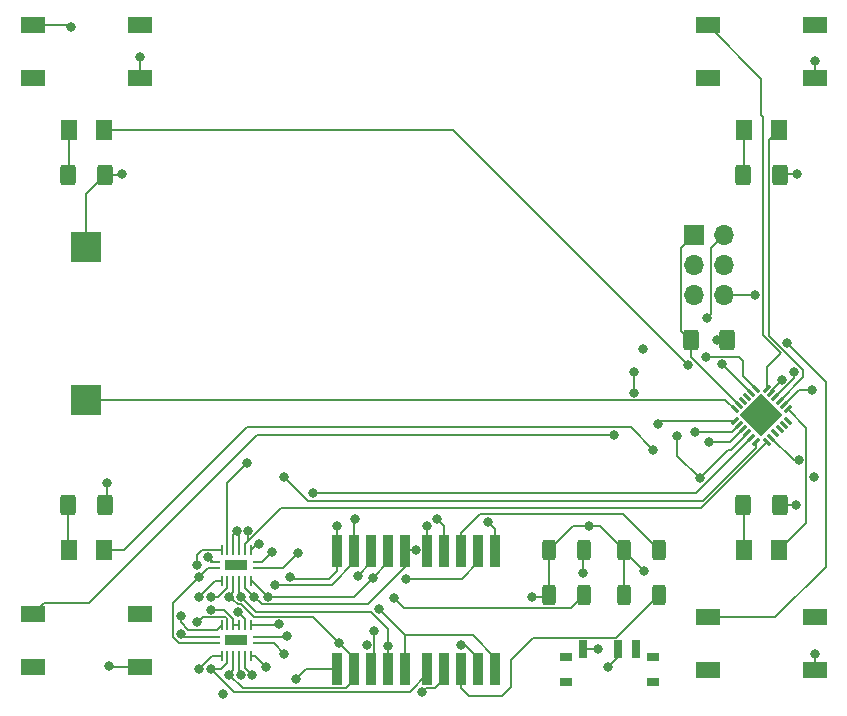
<source format=gbr>
%TF.GenerationSoftware,KiCad,Pcbnew,(6.0.0)*%
%TF.CreationDate,2022-05-08T17:08:30-04:00*%
%TF.ProjectId,QR_ATTINY3217,51525f41-5454-4494-9e59-333231372e6b,rev?*%
%TF.SameCoordinates,Original*%
%TF.FileFunction,Copper,L1,Top*%
%TF.FilePolarity,Positive*%
%FSLAX46Y46*%
G04 Gerber Fmt 4.6, Leading zero omitted, Abs format (unit mm)*
G04 Created by KiCad (PCBNEW (6.0.0)) date 2022-05-08 17:08:30*
%MOMM*%
%LPD*%
G01*
G04 APERTURE LIST*
G04 Aperture macros list*
%AMRoundRect*
0 Rectangle with rounded corners*
0 $1 Rounding radius*
0 $2 $3 $4 $5 $6 $7 $8 $9 X,Y pos of 4 corners*
0 Add a 4 corners polygon primitive as box body*
4,1,4,$2,$3,$4,$5,$6,$7,$8,$9,$2,$3,0*
0 Add four circle primitives for the rounded corners*
1,1,$1+$1,$2,$3*
1,1,$1+$1,$4,$5*
1,1,$1+$1,$6,$7*
1,1,$1+$1,$8,$9*
0 Add four rect primitives between the rounded corners*
20,1,$1+$1,$2,$3,$4,$5,0*
20,1,$1+$1,$4,$5,$6,$7,0*
20,1,$1+$1,$6,$7,$8,$9,0*
20,1,$1+$1,$8,$9,$2,$3,0*%
%AMRotRect*
0 Rectangle, with rotation*
0 The origin of the aperture is its center*
0 $1 length*
0 $2 width*
0 $3 Rotation angle, in degrees counterclockwise*
0 Add horizontal line*
21,1,$1,$2,0,0,$3*%
G04 Aperture macros list end*
%TA.AperFunction,ComponentPad*%
%ADD10R,1.700000X1.700000*%
%TD*%
%TA.AperFunction,ComponentPad*%
%ADD11O,1.700000X1.700000*%
%TD*%
%TA.AperFunction,SMDPad,CuDef*%
%ADD12R,2.500000X2.500000*%
%TD*%
%TA.AperFunction,SMDPad,CuDef*%
%ADD13RoundRect,0.062500X-0.203293X-0.291682X0.291682X0.203293X0.203293X0.291682X-0.291682X-0.203293X0*%
%TD*%
%TA.AperFunction,SMDPad,CuDef*%
%ADD14RoundRect,0.062500X0.203293X-0.291682X0.291682X-0.203293X-0.203293X0.291682X-0.291682X0.203293X0*%
%TD*%
%TA.AperFunction,SMDPad,CuDef*%
%ADD15RotRect,2.600000X2.600000X45.000000*%
%TD*%
%TA.AperFunction,SMDPad,CuDef*%
%ADD16R,2.100000X1.400000*%
%TD*%
%TA.AperFunction,SMDPad,CuDef*%
%ADD17R,0.700000X1.500000*%
%TD*%
%TA.AperFunction,SMDPad,CuDef*%
%ADD18R,1.000000X0.800000*%
%TD*%
%TA.AperFunction,SMDPad,CuDef*%
%ADD19RoundRect,0.250000X-0.312500X-0.625000X0.312500X-0.625000X0.312500X0.625000X-0.312500X0.625000X0*%
%TD*%
%TA.AperFunction,SMDPad,CuDef*%
%ADD20RoundRect,0.250000X-0.400000X-0.625000X0.400000X-0.625000X0.400000X0.625000X-0.400000X0.625000X0*%
%TD*%
%TA.AperFunction,SMDPad,CuDef*%
%ADD21RoundRect,0.250000X0.400000X0.625000X-0.400000X0.625000X-0.400000X-0.625000X0.400000X-0.625000X0*%
%TD*%
%TA.AperFunction,SMDPad,CuDef*%
%ADD22R,0.900000X2.800000*%
%TD*%
%TA.AperFunction,SMDPad,CuDef*%
%ADD23RoundRect,0.250001X-0.462499X-0.624999X0.462499X-0.624999X0.462499X0.624999X-0.462499X0.624999X0*%
%TD*%
%TA.AperFunction,SMDPad,CuDef*%
%ADD24R,1.900000X0.900000*%
%TD*%
%TA.AperFunction,SMDPad,CuDef*%
%ADD25R,0.900000X0.240000*%
%TD*%
%TA.AperFunction,SMDPad,CuDef*%
%ADD26R,0.240000X0.900000*%
%TD*%
%TA.AperFunction,ViaPad*%
%ADD27C,0.800000*%
%TD*%
%TA.AperFunction,Conductor*%
%ADD28C,0.150000*%
%TD*%
G04 APERTURE END LIST*
D10*
%TO.P,J1,1,DATA*%
%TO.N,/UDPI*%
X169545000Y-88900000D03*
D11*
%TO.P,J1,2,VCC*%
%TO.N,VCC*%
X172085000Y-88900000D03*
%TO.P,J1,3,NC*%
%TO.N,unconnected-(J1-Pad3)*%
X169545000Y-91440000D03*
%TO.P,J1,4,NC*%
%TO.N,unconnected-(J1-Pad4)*%
X172085000Y-91440000D03*
%TO.P,J1,5,NC*%
%TO.N,unconnected-(J1-Pad5)*%
X169545000Y-93980000D03*
%TO.P,J1,6,GND*%
%TO.N,GND*%
X172085000Y-93980000D03*
%TD*%
D12*
%TO.P,LS1,1,1*%
%TO.N,Net-(LS1-Pad1)*%
X118110000Y-102870000D03*
%TO.P,LS1,2,2*%
%TO.N,GND*%
X118110000Y-89870000D03*
%TD*%
D13*
%TO.P,U1,1,PA2*%
%TO.N,SEG_IN1_ENABLE*%
X173006097Y-104626136D03*
%TO.P,U1,2,PA3*%
%TO.N,SEG_IN2_ENABLE*%
X173359651Y-104979689D03*
%TO.P,U1,3,GND*%
%TO.N,GND*%
X173713204Y-105333243D03*
%TO.P,U1,4,VCC*%
%TO.N,VCC*%
X174066757Y-105686796D03*
%TO.P,U1,5,PA4*%
%TO.N,SEG_IN0*%
X174420311Y-106040349D03*
%TO.P,U1,6,PA5*%
%TO.N,SEG_IN1*%
X174773864Y-106393903D03*
D14*
%TO.P,U1,7,PA6*%
%TO.N,SEG_IN2*%
X175746136Y-106393903D03*
%TO.P,U1,8,PA7*%
%TO.N,Net-(JP1-Pad1)*%
X176099689Y-106040349D03*
%TO.P,U1,9,PB7*%
%TO.N,unconnected-(U1-Pad9)*%
X176453243Y-105686796D03*
%TO.P,U1,10,PB6*%
%TO.N,unconnected-(U1-Pad10)*%
X176806796Y-105333243D03*
%TO.P,U1,11,PB5*%
%TO.N,unconnected-(U1-Pad11)*%
X177160349Y-104979689D03*
%TO.P,U1,12,PB4*%
%TO.N,unconnected-(U1-Pad12)*%
X177513903Y-104626136D03*
D13*
%TO.P,U1,13,PB3*%
%TO.N,Net-(D4-Pad2)*%
X177513903Y-103653864D03*
%TO.P,U1,14,PB2*%
%TO.N,Net-(D3-Pad2)*%
X177160349Y-103300311D03*
%TO.P,U1,15,PB1*%
%TO.N,Net-(D2-Pad2)*%
X176806796Y-102946757D03*
%TO.P,U1,16,PB0*%
%TO.N,Net-(D1-Pad2)*%
X176453243Y-102593204D03*
%TO.P,U1,17,PC0*%
%TO.N,Net-(SW1-Pad1)*%
X176099689Y-102239651D03*
%TO.P,U1,18,PC1*%
%TO.N,Net-(SW2-Pad1)*%
X175746136Y-101886097D03*
D14*
%TO.P,U1,19,PC2*%
%TO.N,Net-(SW3-Pad1)*%
X174773864Y-101886097D03*
%TO.P,U1,20,PC3*%
%TO.N,Net-(SW4-Pad1)*%
X174420311Y-102239651D03*
%TO.P,U1,21,PC4*%
%TO.N,unconnected-(U1-Pad21)*%
X174066757Y-102593204D03*
%TO.P,U1,22,PC5*%
%TO.N,unconnected-(U1-Pad22)*%
X173713204Y-102946757D03*
%TO.P,U1,23,~{RESET}/PA0*%
%TO.N,/UDPI*%
X173359651Y-103300311D03*
%TO.P,U1,24,PA1*%
%TO.N,Net-(LS1-Pad1)*%
X173006097Y-103653864D03*
D15*
%TO.P,U1,25,GND*%
%TO.N,GND*%
X175260000Y-104140000D03*
%TD*%
D16*
%TO.P,SW4,1,2*%
%TO.N,Net-(SW4-Pad1)*%
X170710000Y-121230000D03*
%TO.P,SW4,2*%
%TO.N,N/C*%
X179810000Y-121230000D03*
%TO.P,SW4,3*%
X170710000Y-125730000D03*
%TO.P,SW4,4,1*%
%TO.N,GND*%
X179810000Y-125730000D03*
%TD*%
%TO.P,SW3,1,2*%
%TO.N,Net-(SW3-Pad1)*%
X113560000Y-120940000D03*
%TO.P,SW3,2*%
%TO.N,N/C*%
X122660000Y-120940000D03*
%TO.P,SW3,3*%
X113560000Y-125440000D03*
%TO.P,SW3,4,1*%
%TO.N,GND*%
X122660000Y-125440000D03*
%TD*%
%TO.P,SW2,1,2*%
%TO.N,Net-(SW2-Pad1)*%
X170710000Y-71120000D03*
%TO.P,SW2,2*%
%TO.N,N/C*%
X179810000Y-71120000D03*
%TO.P,SW2,3*%
X170710000Y-75620000D03*
%TO.P,SW2,4,1*%
%TO.N,GND*%
X179810000Y-75620000D03*
%TD*%
%TO.P,SW1,1,1*%
%TO.N,Net-(SW1-Pad1)*%
X113560000Y-71120000D03*
%TO.P,SW1,2*%
%TO.N,N/C*%
X122660000Y-71120000D03*
%TO.P,SW1,3*%
X113560000Y-75620000D03*
%TO.P,SW1,4,1*%
%TO.N,GND*%
X122660000Y-75620000D03*
%TD*%
D17*
%TO.P,S1,A1,NO*%
%TO.N,GND*%
X160150000Y-123950000D03*
%TO.P,S1,B1,COM*%
%TO.N,Net-(BT1-Pad2)*%
X163150000Y-123950000D03*
%TO.P,S1,C1,NC*%
%TO.N,unconnected-(S1-PadC1)*%
X164650000Y-123950000D03*
D18*
%TO.P,S1,MP1,MP1*%
%TO.N,unconnected-(S1-PadMP1)*%
X158750000Y-124650000D03*
%TO.P,S1,MP2,MP2*%
%TO.N,unconnected-(S1-PadMP2)*%
X158750000Y-126750000D03*
%TO.P,S1,MP3,MP3*%
%TO.N,unconnected-(S1-PadMP3)*%
X166050000Y-126750000D03*
%TO.P,S1,MP4,MP4*%
%TO.N,unconnected-(S1-PadMP4)*%
X166050000Y-124650000D03*
%TD*%
D19*
%TO.P,R7,1*%
%TO.N,VCC*%
X157287500Y-115570000D03*
%TO.P,R7,2*%
%TO.N,Net-(DS1-Pad3)*%
X160212500Y-115570000D03*
%TD*%
D20*
%TO.P,R5,1*%
%TO.N,Net-(D1-Pad1)*%
X116560000Y-83820000D03*
%TO.P,R5,2*%
%TO.N,GND*%
X119660000Y-83820000D03*
%TD*%
%TO.P,R4,1*%
%TO.N,Net-(D2-Pad1)*%
X173710000Y-83820000D03*
%TO.P,R4,2*%
%TO.N,GND*%
X176810000Y-83820000D03*
%TD*%
%TO.P,R3,1*%
%TO.N,Net-(D3-Pad1)*%
X116560000Y-111760000D03*
%TO.P,R3,2*%
%TO.N,GND*%
X119660000Y-111760000D03*
%TD*%
D21*
%TO.P,R2,1*%
%TO.N,GND*%
X176810000Y-111760000D03*
%TO.P,R2,2*%
%TO.N,Net-(D4-Pad1)*%
X173710000Y-111760000D03*
%TD*%
%TO.P,R1,1*%
%TO.N,Net-(JP2-Pad1)*%
X172365000Y-97790000D03*
%TO.P,R1,2*%
%TO.N,/UDPI*%
X169265000Y-97790000D03*
%TD*%
D22*
%TO.P,DS1,1,CATHODE_E*%
%TO.N,SEG_E*%
X139360000Y-125650000D03*
%TO.P,DS1,2,CATHODE_D*%
%TO.N,SEG_D*%
X140800000Y-125650000D03*
%TO.P,DS1,3,COMMON_ANODE_1*%
%TO.N,Net-(DS1-Pad3)*%
X142240000Y-125650000D03*
%TO.P,DS1,4,CATHODE_C*%
%TO.N,SEG_C*%
X143680000Y-125650000D03*
%TO.P,DS1,5,CATHODE_DP*%
%TO.N,SEG_DP*%
X145120000Y-125650000D03*
%TO.P,DS1,6,CATHODE_B*%
%TO.N,SEG_B*%
X145120000Y-115650000D03*
%TO.P,DS1,7,CATHODE_A*%
%TO.N,SEG_A*%
X143680000Y-115650000D03*
%TO.P,DS1,8,COMMON_ANODE_2*%
%TO.N,Net-(DS1-Pad8)*%
X142240000Y-115650000D03*
%TO.P,DS1,9,CATHODE_F*%
%TO.N,SEG_F*%
X140800000Y-115650000D03*
%TO.P,DS1,10,CATHODE_G*%
%TO.N,SEG_G*%
X139360000Y-115650000D03*
%TD*%
D23*
%TO.P,D4,1,K*%
%TO.N,Net-(D4-Pad1)*%
X173772500Y-115570000D03*
%TO.P,D4,2,A*%
%TO.N,Net-(D4-Pad2)*%
X176747500Y-115570000D03*
%TD*%
%TO.P,D3,1,K*%
%TO.N,Net-(D3-Pad1)*%
X116622500Y-115570000D03*
%TO.P,D3,2,A*%
%TO.N,Net-(D3-Pad2)*%
X119597500Y-115570000D03*
%TD*%
%TO.P,D2,1,K*%
%TO.N,Net-(D2-Pad1)*%
X173772500Y-80010000D03*
%TO.P,D2,2,A*%
%TO.N,Net-(D2-Pad2)*%
X176747500Y-80010000D03*
%TD*%
%TO.P,D1,1,K*%
%TO.N,Net-(D1-Pad1)*%
X116622500Y-80010000D03*
%TO.P,D1,2,A*%
%TO.N,Net-(D1-Pad2)*%
X119597500Y-80010000D03*
%TD*%
D19*
%TO.P,R10,1*%
%TO.N,VCC*%
X163637500Y-115570000D03*
%TO.P,R10,2*%
%TO.N,Net-(DS2-Pad8)*%
X166562500Y-115570000D03*
%TD*%
%TO.P,R9,1*%
%TO.N,VCC*%
X157287500Y-119380000D03*
%TO.P,R9,2*%
%TO.N,Net-(DS1-Pad8)*%
X160212500Y-119380000D03*
%TD*%
%TO.P,R8,1*%
%TO.N,VCC*%
X163637500Y-119380000D03*
%TO.P,R8,2*%
%TO.N,Net-(DS2-Pad3)*%
X166562500Y-119380000D03*
%TD*%
D24*
%TO.P,IC2,17,NC*%
%TO.N,unconnected-(IC2-Pad17)*%
X130810000Y-116840000D03*
D25*
%TO.P,IC2,16,VCC*%
%TO.N,VCC*%
X132610000Y-117090000D03*
D26*
%TO.P,IC2,15,~{Y0}*%
%TO.N,SEG_A*%
X132060000Y-118140000D03*
%TO.P,IC2,14,~{Y1}*%
%TO.N,SEG_B*%
X131560000Y-118140000D03*
%TO.P,IC2,13,~{Y2}*%
%TO.N,SEG_C*%
X131060000Y-118140000D03*
%TO.P,IC2,12,~{Y3}*%
%TO.N,SEG_D*%
X130560000Y-118140000D03*
%TO.P,IC2,11,~{Y4}*%
%TO.N,SEG_E*%
X130060000Y-118140000D03*
%TO.P,IC2,10,~{Y5}*%
%TO.N,SEG_F*%
X129560000Y-118140000D03*
D25*
%TO.P,IC2,9,~{Y6}*%
%TO.N,SEG_G*%
X129010000Y-117090000D03*
%TO.P,IC2,8,GND*%
%TO.N,GND*%
X129010000Y-116590000D03*
D26*
%TO.P,IC2,7,~{Y7}*%
%TO.N,SEG_DP*%
X129560000Y-115540000D03*
%TO.P,IC2,6,E3*%
%TO.N,SEG_IN1_ENABLE*%
X130060000Y-115540000D03*
%TO.P,IC2,5,~{E2}*%
%TO.N,GND*%
X130560000Y-115540000D03*
%TO.P,IC2,4,~{E1}*%
X131060000Y-115540000D03*
%TO.P,IC2,3,A2*%
%TO.N,SEG_IN2*%
X131560000Y-115540000D03*
%TO.P,IC2,2,A1*%
%TO.N,SEG_IN1*%
X132060000Y-115540000D03*
D25*
%TO.P,IC2,1,A0*%
%TO.N,SEG_IN0*%
X132610000Y-116590000D03*
%TD*%
%TO.P,IC1,1,A0*%
%TO.N,SEG_IN0*%
X132610000Y-122940000D03*
D26*
%TO.P,IC1,2,A1*%
%TO.N,SEG_IN1*%
X132060000Y-121890000D03*
%TO.P,IC1,3,A2*%
%TO.N,SEG_IN2*%
X131560000Y-121890000D03*
%TO.P,IC1,4,~{E1}*%
%TO.N,GND*%
X131060000Y-121890000D03*
%TO.P,IC1,5,~{E2}*%
X130560000Y-121890000D03*
%TO.P,IC1,6,E3*%
%TO.N,SEG_IN2_ENABLE*%
X130060000Y-121890000D03*
%TO.P,IC1,7,~{Y7}*%
%TO.N,SEG_DP*%
X129560000Y-121890000D03*
D25*
%TO.P,IC1,8,GND*%
%TO.N,GND*%
X129010000Y-122940000D03*
%TO.P,IC1,9,~{Y6}*%
%TO.N,SEG_G*%
X129010000Y-123440000D03*
D26*
%TO.P,IC1,10,~{Y5}*%
%TO.N,SEG_F*%
X129560000Y-124490000D03*
%TO.P,IC1,11,~{Y4}*%
%TO.N,SEG_E*%
X130060000Y-124490000D03*
%TO.P,IC1,12,~{Y3}*%
%TO.N,SEG_D*%
X130560000Y-124490000D03*
%TO.P,IC1,13,~{Y2}*%
%TO.N,SEG_C*%
X131060000Y-124490000D03*
%TO.P,IC1,14,~{Y1}*%
%TO.N,SEG_B*%
X131560000Y-124490000D03*
%TO.P,IC1,15,~{Y0}*%
%TO.N,SEG_A*%
X132060000Y-124490000D03*
D25*
%TO.P,IC1,16,VCC*%
%TO.N,VCC*%
X132610000Y-123440000D03*
D24*
%TO.P,IC1,17,NC*%
%TO.N,unconnected-(IC1-Pad17)*%
X130810000Y-123190000D03*
%TD*%
D22*
%TO.P,DS2,1,CATHODE_E*%
%TO.N,SEG_E*%
X146980000Y-125650000D03*
%TO.P,DS2,2,CATHODE_D*%
%TO.N,SEG_D*%
X148420000Y-125650000D03*
%TO.P,DS2,3,COMMON_ANODE_1*%
%TO.N,Net-(DS2-Pad3)*%
X149860000Y-125650000D03*
%TO.P,DS2,4,CATHODE_C*%
%TO.N,SEG_C*%
X151300000Y-125650000D03*
%TO.P,DS2,5,CATHODE_DP*%
%TO.N,SEG_DP*%
X152740000Y-125650000D03*
%TO.P,DS2,6,CATHODE_B*%
%TO.N,SEG_B*%
X152740000Y-115650000D03*
%TO.P,DS2,7,CATHODE_A*%
%TO.N,SEG_A*%
X151300000Y-115650000D03*
%TO.P,DS2,8,COMMON_ANODE_2*%
%TO.N,Net-(DS2-Pad8)*%
X149860000Y-115650000D03*
%TO.P,DS2,9,CATHODE_F*%
%TO.N,SEG_F*%
X148420000Y-115650000D03*
%TO.P,DS2,10,CATHODE_G*%
%TO.N,SEG_G*%
X146980000Y-115650000D03*
%TD*%
D27*
%TO.N,VCC*%
X168148000Y-105918000D03*
X165227000Y-98552000D03*
X165354000Y-117348000D03*
X170053000Y-109474000D03*
X155829000Y-119507000D03*
X134874000Y-124333000D03*
X136017000Y-115824000D03*
%TO.N,SEG_IN2*%
X131826000Y-113919000D03*
X130937000Y-120777000D03*
%TO.N,SEG_IN2_ENABLE*%
X169672000Y-105537000D03*
X127497500Y-121676500D03*
%TO.N,SEG_IN0*%
X135128000Y-122809000D03*
%TO.N,SEG_IN1*%
X134384343Y-121839989D03*
%TO.N,SEG_IN0*%
X133858000Y-115697000D03*
X137287000Y-110765000D03*
%TO.N,GND*%
X170815000Y-106436500D03*
%TO.N,SEG_IN1*%
X132715000Y-115062000D03*
X134874000Y-109347000D03*
%TO.N,Net-(DS1-Pad3)*%
X160147000Y-117475000D03*
X142494000Y-122428000D03*
%TO.N,Net-(DS1-Pad8)*%
X141097000Y-117729000D03*
X144145000Y-119634000D03*
%TO.N,VCC*%
X160655000Y-113538000D03*
%TO.N,Net-(BT1-Pad2)*%
X129667000Y-127762000D03*
X162306000Y-125476000D03*
%TO.N,GND*%
X130876556Y-113908500D03*
X128397000Y-116164500D03*
%TO.N,SEG_IN1_ENABLE*%
X131699000Y-108204000D03*
X166497000Y-104902000D03*
%TO.N,Net-(SW3-Pad1)*%
X164465000Y-102235000D03*
X164465000Y-100457000D03*
X170561000Y-99187000D03*
X162814000Y-105791000D03*
%TO.N,Net-(D3-Pad2)*%
X179578000Y-101981000D03*
X166116000Y-107061000D03*
%TO.N,Net-(SW1-Pad1)*%
X116840000Y-71247000D03*
X176991135Y-101172135D03*
%TO.N,Net-(D1-Pad2)*%
X178058142Y-100455320D03*
X169081081Y-99904919D03*
%TO.N,Net-(SW4-Pad1)*%
X177419000Y-98044000D03*
X171958000Y-99822000D03*
%TO.N,Net-(JP1-Pad1)*%
X178420000Y-107950000D03*
%TO.N,VCC*%
X170688000Y-95885000D03*
%TO.N,Net-(JP2-Pad1)*%
X171465000Y-97790000D03*
%TO.N,GND*%
X141859000Y-123571000D03*
X174752000Y-93980000D03*
X179705000Y-109347000D03*
X175514000Y-104521000D03*
X179832000Y-74168000D03*
X178308000Y-83693000D03*
X178181000Y-111760000D03*
X179832000Y-124333000D03*
X161417000Y-123952000D03*
X128640500Y-120590989D03*
X126102839Y-122679661D03*
X120015000Y-125349000D03*
X119888000Y-109855000D03*
X121158000Y-83693000D03*
X122682000Y-73787000D03*
%TO.N,SEG_D*%
X139495000Y-123395000D03*
X146558000Y-127599502D03*
%TO.N,SEG_C*%
X143680000Y-123655000D03*
X149860000Y-123571000D03*
%TO.N,SEG_E*%
X135890000Y-126492000D03*
%TO.N,SEG_B*%
X152146000Y-113157000D03*
X145980498Y-115570000D03*
%TO.N,SEG_A*%
X142395500Y-117884500D03*
X145161000Y-117983000D03*
%TO.N,SEG_F*%
X140843000Y-112903000D03*
X147828000Y-112903000D03*
%TO.N,SEG_G*%
X139319000Y-113538000D03*
X146939000Y-113538000D03*
%TO.N,SEG_DP*%
X126100500Y-121158000D03*
X127508000Y-116840000D03*
X142875000Y-120523000D03*
%TO.N,SEG_G*%
X127635000Y-117856000D03*
X135382000Y-117866500D03*
%TO.N,SEG_F*%
X134112000Y-118491000D03*
%TO.N,SEG_A*%
X133477000Y-119507000D03*
X133350000Y-125476000D03*
%TO.N,SEG_B*%
X132140503Y-126111000D03*
X132334000Y-119507000D03*
%TO.N,SEG_C*%
X131191000Y-126111000D03*
X131191000Y-119507000D03*
%TO.N,SEG_D*%
X130175589Y-119507589D03*
X130175000Y-126111000D03*
%TO.N,SEG_E*%
X128651000Y-119507000D03*
X128651000Y-125603000D03*
%TO.N,SEG_F*%
X127635000Y-125603000D03*
X127635000Y-119507000D03*
%TD*%
D28*
%TO.N,GND*%
X118110000Y-85370000D02*
X119660000Y-83820000D01*
X118110000Y-89870000D02*
X118110000Y-85370000D01*
%TO.N,SEG_IN1*%
X174773864Y-106942589D02*
X174773864Y-106393903D01*
X170326953Y-111389500D02*
X174773864Y-106942589D01*
X136916500Y-111389500D02*
X170326953Y-111389500D01*
X134874000Y-109347000D02*
X136916500Y-111389500D01*
%TO.N,GND*%
X130876556Y-113908500D02*
X130560000Y-114225056D01*
X130876556Y-113908500D02*
X131060000Y-114091944D01*
X131060000Y-114091944D02*
X131060000Y-115540000D01*
X130560000Y-114225056D02*
X130560000Y-115540000D01*
%TO.N,VCC*%
X168148000Y-107569000D02*
X170053000Y-109474000D01*
X168148000Y-105918000D02*
X168148000Y-107569000D01*
X174066757Y-105714243D02*
X174066757Y-105686796D01*
X172466000Y-107061000D02*
X172720000Y-107061000D01*
X163637500Y-115631500D02*
X165354000Y-117348000D01*
X170053000Y-109474000D02*
X172466000Y-107061000D01*
X163637500Y-115570000D02*
X163637500Y-115631500D01*
X172720000Y-107061000D02*
X174066757Y-105714243D01*
X157160500Y-119507000D02*
X157287500Y-119380000D01*
X155829000Y-119507000D02*
X157160500Y-119507000D01*
X133981000Y-123440000D02*
X132610000Y-123440000D01*
X134874000Y-124333000D02*
X133981000Y-123440000D01*
X134751000Y-117090000D02*
X136017000Y-115824000D01*
X132610000Y-117090000D02*
X134751000Y-117090000D01*
%TO.N,SEG_IN2*%
X131826000Y-114808000D02*
X131560000Y-115074000D01*
X131826000Y-113919000D02*
X131826000Y-114808000D01*
X131560000Y-121400000D02*
X130937000Y-120777000D01*
X131560000Y-121890000D02*
X131560000Y-121400000D01*
%TO.N,SEG_D*%
X137315489Y-121215489D02*
X139495000Y-123395000D01*
X131180511Y-120131511D02*
X132264489Y-121215489D01*
X132264489Y-121215489D02*
X137315489Y-121215489D01*
X130566489Y-119765682D02*
X130932318Y-120131511D01*
X130932318Y-120131511D02*
X131180511Y-120131511D01*
X130556589Y-119507589D02*
X130566489Y-119517489D01*
X130566489Y-119517489D02*
X130566489Y-119765682D01*
X130175589Y-119507589D02*
X130556589Y-119507589D01*
%TO.N,GND*%
X130560000Y-121370978D02*
X130560000Y-121890000D01*
X129780011Y-120590989D02*
X130560000Y-121370978D01*
X128640500Y-120590989D02*
X129780011Y-120590989D01*
%TO.N,SEG_IN2_ENABLE*%
X130060000Y-121370978D02*
X130060000Y-121890000D01*
X129904511Y-121215489D02*
X130060000Y-121370978D01*
X127958511Y-121215489D02*
X129904511Y-121215489D01*
X127497500Y-121676500D02*
X127958511Y-121215489D01*
%TO.N,SEG_DP*%
X129149000Y-122301000D02*
X129560000Y-121890000D01*
X126746000Y-122301000D02*
X129149000Y-122301000D01*
X126100500Y-121655500D02*
X126746000Y-122301000D01*
X126100500Y-121158000D02*
X126100500Y-121655500D01*
%TO.N,GND*%
X126102839Y-122679661D02*
X126363178Y-122940000D01*
X126363178Y-122940000D02*
X129010000Y-122940000D01*
%TO.N,SEG_G*%
X125476000Y-122936000D02*
X125476000Y-120015000D01*
X125980000Y-123440000D02*
X125476000Y-122936000D01*
X125476000Y-120015000D02*
X127635000Y-117856000D01*
X129010000Y-123440000D02*
X125980000Y-123440000D01*
%TO.N,SEG_IN2_ENABLE*%
X172802340Y-105537000D02*
X173359651Y-104979689D01*
X169672000Y-105537000D02*
X172802340Y-105537000D01*
%TO.N,SEG_IN0*%
X135128000Y-122809000D02*
X134997000Y-122940000D01*
X134997000Y-122940000D02*
X132610000Y-122940000D01*
%TO.N,SEG_IN1*%
X134384343Y-121839989D02*
X134334332Y-121890000D01*
X134334332Y-121890000D02*
X132060000Y-121890000D01*
%TO.N,SEG_IN0*%
X132965000Y-116590000D02*
X132610000Y-116590000D01*
X133858000Y-115697000D02*
X132965000Y-116590000D01*
X169695660Y-110765000D02*
X137287000Y-110765000D01*
X174420311Y-106040349D02*
X169695660Y-110765000D01*
%TO.N,GND*%
X172609947Y-106436500D02*
X173713204Y-105333243D01*
X170815000Y-106436500D02*
X172609947Y-106436500D01*
%TO.N,SEG_IN1*%
X132538000Y-115062000D02*
X132060000Y-115540000D01*
X132715000Y-115062000D02*
X132538000Y-115062000D01*
%TO.N,SEG_IN2*%
X134620000Y-112014000D02*
X131560000Y-115074000D01*
X131560000Y-115074000D02*
X131560000Y-115540000D01*
X175746136Y-106393903D02*
X170126039Y-112014000D01*
X170126039Y-112014000D02*
X134620000Y-112014000D01*
%TO.N,Net-(DS1-Pad3)*%
X160147000Y-115635500D02*
X160212500Y-115570000D01*
X142494000Y-125396000D02*
X142494000Y-122428000D01*
X160147000Y-117475000D02*
X160147000Y-115635500D01*
X142240000Y-125650000D02*
X142494000Y-125396000D01*
%TO.N,Net-(DS1-Pad8)*%
X144990520Y-120479520D02*
X144145000Y-119634000D01*
X141097000Y-117729000D02*
X142240000Y-116586000D01*
X160212500Y-119380000D02*
X159112980Y-120479520D01*
X159112980Y-120479520D02*
X144990520Y-120479520D01*
X142240000Y-116586000D02*
X142240000Y-115650000D01*
%TO.N,Net-(DS2-Pad3)*%
X149860000Y-127254000D02*
X149860000Y-125650000D01*
X150495000Y-127889000D02*
X149860000Y-127254000D01*
X153289000Y-127889000D02*
X150495000Y-127889000D01*
X154051000Y-127127000D02*
X153289000Y-127889000D01*
X154051000Y-124841000D02*
X154051000Y-127127000D01*
X155916511Y-122975489D02*
X154051000Y-124841000D01*
X162967011Y-122975489D02*
X155916511Y-122975489D01*
X166562500Y-119380000D02*
X162967011Y-122975489D01*
%TO.N,VCC*%
X161605500Y-113538000D02*
X160655000Y-113538000D01*
X163637500Y-115570000D02*
X161605500Y-113538000D01*
X159319500Y-113538000D02*
X160655000Y-113538000D01*
X157287500Y-115570000D02*
X159319500Y-113538000D01*
X157287500Y-115570000D02*
X157287500Y-119380000D01*
X163637500Y-115570000D02*
X163637500Y-119380000D01*
%TO.N,Net-(BT1-Pad2)*%
X162306000Y-125476000D02*
X163150000Y-124632000D01*
X163150000Y-124632000D02*
X163150000Y-123950000D01*
%TO.N,SEG_D*%
X147654511Y-127274511D02*
X148420000Y-126509022D01*
X148420000Y-126509022D02*
X148420000Y-125650000D01*
X146558000Y-127599502D02*
X146882991Y-127274511D01*
X146882991Y-127274511D02*
X147654511Y-127274511D01*
%TO.N,GND*%
X128822500Y-116590000D02*
X128397000Y-116164500D01*
X129010000Y-116590000D02*
X128822500Y-116590000D01*
%TO.N,SEG_IN1_ENABLE*%
X130060000Y-109843000D02*
X130060000Y-115540000D01*
X131699000Y-108204000D02*
X130060000Y-109843000D01*
X166772864Y-104626136D02*
X166497000Y-104902000D01*
X173006097Y-104626136D02*
X166772864Y-104626136D01*
%TO.N,Net-(SW3-Pad1)*%
X164465000Y-100457000D02*
X164465000Y-102235000D01*
X173355000Y-99187000D02*
X170561000Y-99187000D01*
X173736000Y-99568000D02*
X173355000Y-99187000D01*
X173736000Y-100848233D02*
X173736000Y-99568000D01*
X174773864Y-101886097D02*
X173736000Y-100848233D01*
X132588000Y-105791000D02*
X162814000Y-105791000D01*
X118363511Y-120015489D02*
X132080000Y-106299000D01*
X132080000Y-106299000D02*
X132588000Y-105791000D01*
X114484511Y-120015489D02*
X118363511Y-120015489D01*
X113560000Y-120940000D02*
X114484511Y-120015489D01*
%TO.N,Net-(LS1-Pad1)*%
X172222233Y-102870000D02*
X173006097Y-103653864D01*
X118110000Y-102870000D02*
X172222233Y-102870000D01*
%TO.N,Net-(D3-Pad2)*%
X131699000Y-105156000D02*
X121285000Y-115570000D01*
X164211000Y-105156000D02*
X131699000Y-105156000D01*
X121285000Y-115570000D02*
X119597500Y-115570000D01*
X166116000Y-107061000D02*
X164211000Y-105156000D01*
X178479660Y-101981000D02*
X177160349Y-103300311D01*
X179578000Y-101981000D02*
X178479660Y-101981000D01*
%TO.N,Net-(SW1-Pad1)*%
X116713000Y-71120000D02*
X113560000Y-71120000D01*
X176099689Y-102063581D02*
X176991135Y-101172135D01*
X176099689Y-102239651D02*
X176099689Y-102063581D01*
X116840000Y-71247000D02*
X116713000Y-71120000D01*
%TO.N,Net-(SW2-Pad1)*%
X175376511Y-97314097D02*
X176953207Y-98890793D01*
X175260000Y-78740000D02*
X175376511Y-78856511D01*
X176953207Y-98890793D02*
X175746136Y-100097864D01*
X175746136Y-100097864D02*
X175746136Y-101886097D01*
X175260000Y-75670000D02*
X175260000Y-78740000D01*
X175376511Y-78856511D02*
X175376511Y-97314097D01*
X170710000Y-71120000D02*
X175260000Y-75670000D01*
%TO.N,Net-(D1-Pad2)*%
X178058142Y-100455320D02*
X178058142Y-100988305D01*
X149186162Y-80010000D02*
X169081081Y-99904919D01*
X119597500Y-80010000D02*
X149186162Y-80010000D01*
X178058142Y-100988305D02*
X176453243Y-102593204D01*
%TO.N,Net-(SW4-Pad1)*%
X176458000Y-121230000D02*
X170710000Y-121230000D01*
X180721000Y-116967000D02*
X176458000Y-121230000D01*
X180721000Y-101346000D02*
X180721000Y-116967000D01*
X177419000Y-98044000D02*
X180721000Y-101346000D01*
X174375651Y-102239651D02*
X171958000Y-99822000D01*
X174420311Y-102239651D02*
X174375651Y-102239651D01*
%TO.N,Net-(D4-Pad2)*%
X179080489Y-113237011D02*
X179080489Y-105220450D01*
X179080489Y-105220450D02*
X177513903Y-103653864D01*
X176747500Y-115570000D02*
X179080489Y-113237011D01*
%TO.N,Net-(JP1-Pad1)*%
X176099689Y-106040349D02*
X178009340Y-107950000D01*
X178009340Y-107950000D02*
X178420000Y-107950000D01*
%TO.N,Net-(D2-Pad2)*%
X178816000Y-100937553D02*
X176806796Y-102946757D01*
X178816000Y-100330000D02*
X178816000Y-100937553D01*
X175935480Y-97449480D02*
X178816000Y-100330000D01*
X175935480Y-80822020D02*
X175935480Y-97449480D01*
X176747500Y-80010000D02*
X175935480Y-80822020D01*
%TO.N,VCC*%
X171010489Y-95562511D02*
X170688000Y-95885000D01*
X171010489Y-89974511D02*
X171010489Y-95562511D01*
X172085000Y-88900000D02*
X171010489Y-89974511D01*
%TO.N,/UDPI*%
X168470489Y-89974511D02*
X168470489Y-96995489D01*
X169545000Y-88900000D02*
X168470489Y-89974511D01*
X168470489Y-96995489D02*
X169265000Y-97790000D01*
%TO.N,Net-(JP2-Pad1)*%
X172365000Y-97790000D02*
X171465000Y-97790000D01*
%TO.N,/UDPI*%
X169265000Y-99205660D02*
X173359651Y-103300311D01*
X169265000Y-97790000D02*
X169265000Y-99205660D01*
%TO.N,GND*%
X172085000Y-93980000D02*
X174752000Y-93980000D01*
X175260000Y-104267000D02*
X175514000Y-104521000D01*
X175260000Y-104140000D02*
X175260000Y-104267000D01*
X179810000Y-74190000D02*
X179832000Y-74168000D01*
X179810000Y-75620000D02*
X179810000Y-74190000D01*
X176937000Y-83693000D02*
X178308000Y-83693000D01*
X176810000Y-83820000D02*
X176937000Y-83693000D01*
X176810000Y-111760000D02*
X178181000Y-111760000D01*
X179810000Y-124355000D02*
X179832000Y-124333000D01*
X179810000Y-125730000D02*
X179810000Y-124355000D01*
X161415000Y-123950000D02*
X161417000Y-123952000D01*
X160150000Y-123950000D02*
X161415000Y-123950000D01*
X130560000Y-121890000D02*
X131060000Y-121890000D01*
X120106000Y-125440000D02*
X120015000Y-125349000D01*
X122660000Y-125440000D02*
X120106000Y-125440000D01*
X119888000Y-111532000D02*
X119888000Y-109855000D01*
X119660000Y-111760000D02*
X119888000Y-111532000D01*
X121031000Y-83820000D02*
X121158000Y-83693000D01*
X119660000Y-83820000D02*
X121031000Y-83820000D01*
X122660000Y-73809000D02*
X122682000Y-73787000D01*
X122660000Y-75620000D02*
X122660000Y-73809000D01*
%TO.N,Net-(D3-Pad1)*%
X116560000Y-115507500D02*
X116622500Y-115570000D01*
X116560000Y-111760000D02*
X116560000Y-115507500D01*
%TO.N,Net-(D1-Pad1)*%
X116622500Y-83757500D02*
X116560000Y-83820000D01*
X116622500Y-80010000D02*
X116622500Y-83757500D01*
%TO.N,Net-(D2-Pad1)*%
X173772500Y-83757500D02*
X173710000Y-83820000D01*
X173772500Y-80010000D02*
X173772500Y-83757500D01*
%TO.N,Net-(D4-Pad1)*%
X173772500Y-111822500D02*
X173772500Y-115570000D01*
X173710000Y-111760000D02*
X173772500Y-111822500D01*
%TO.N,Net-(DS2-Pad8)*%
X149860000Y-114100000D02*
X151427511Y-112532489D01*
X149860000Y-115650000D02*
X149860000Y-114100000D01*
X151427511Y-112532489D02*
X163524989Y-112532489D01*
X163524989Y-112532489D02*
X166562500Y-115570000D01*
%TO.N,SEG_D*%
X139495000Y-123395000D02*
X140800000Y-124700000D01*
%TO.N,SEG_C*%
X143680000Y-123655000D02*
X143680000Y-125650000D01*
X143680000Y-122217000D02*
X143680000Y-123655000D01*
X150171000Y-123571000D02*
X149860000Y-123571000D01*
X151300000Y-124700000D02*
X150171000Y-123571000D01*
X151300000Y-125650000D02*
X151300000Y-124700000D01*
%TO.N,SEG_E*%
X136732000Y-125650000D02*
X135890000Y-126492000D01*
X139360000Y-125650000D02*
X136732000Y-125650000D01*
%TO.N,SEG_DP*%
X152740000Y-124700000D02*
X150808000Y-122768000D01*
X150808000Y-122768000D02*
X145120000Y-122768000D01*
X152740000Y-125650000D02*
X152740000Y-124700000D01*
%TO.N,SEG_B*%
X145200000Y-115570000D02*
X145120000Y-115650000D01*
X145980498Y-115570000D02*
X145200000Y-115570000D01*
X152740000Y-113751000D02*
X152146000Y-113157000D01*
X152740000Y-115650000D02*
X152740000Y-113751000D01*
%TO.N,SEG_A*%
X142395500Y-117884500D02*
X143680000Y-116600000D01*
X140773000Y-119507000D02*
X142395500Y-117884500D01*
X149917000Y-117983000D02*
X145161000Y-117983000D01*
X151300000Y-116600000D02*
X149917000Y-117983000D01*
X151300000Y-115650000D02*
X151300000Y-116600000D01*
%TO.N,SEG_F*%
X140800000Y-112946000D02*
X140800000Y-115650000D01*
X148420000Y-113495000D02*
X147828000Y-112903000D01*
X148420000Y-115650000D02*
X148420000Y-113495000D01*
X140843000Y-112903000D02*
X140800000Y-112946000D01*
%TO.N,SEG_G*%
X139360000Y-113579000D02*
X139360000Y-115650000D01*
X139319000Y-113538000D02*
X139360000Y-113579000D01*
X146980000Y-113579000D02*
X146939000Y-113538000D01*
X146980000Y-115650000D02*
X146980000Y-113579000D01*
%TO.N,SEG_DP*%
X127919000Y-115540000D02*
X129560000Y-115540000D01*
X127508000Y-115951000D02*
X127919000Y-115540000D01*
X127508000Y-116840000D02*
X127508000Y-115951000D01*
X145120000Y-122768000D02*
X142875000Y-120523000D01*
X145120000Y-125650000D02*
X145120000Y-122768000D01*
%TO.N,SEG_G*%
X128401000Y-117090000D02*
X129010000Y-117090000D01*
X127635000Y-117856000D02*
X128401000Y-117090000D01*
X135498500Y-117983000D02*
X135382000Y-117866500D01*
X138684000Y-117983000D02*
X135498500Y-117983000D01*
X139360000Y-117307000D02*
X138684000Y-117983000D01*
X139360000Y-115650000D02*
X139360000Y-117307000D01*
%TO.N,SEG_F*%
X140800000Y-116600000D02*
X140800000Y-115650000D01*
X138909000Y-118491000D02*
X140800000Y-116600000D01*
X134112000Y-118491000D02*
X138909000Y-118491000D01*
%TO.N,SEG_E*%
X146980000Y-126089022D02*
X146980000Y-125650000D01*
X145494991Y-127574031D02*
X146980000Y-126089022D01*
X130622031Y-127574031D02*
X145494991Y-127574031D01*
X128651000Y-125603000D02*
X130622031Y-127574031D01*
%TO.N,SEG_D*%
X140800000Y-126600000D02*
X140800000Y-125650000D01*
X131338511Y-127274511D02*
X140125489Y-127274511D01*
X140125489Y-127274511D02*
X140800000Y-126600000D01*
X130175000Y-126111000D02*
X131338511Y-127274511D01*
X140800000Y-124700000D02*
X140800000Y-125650000D01*
%TO.N,SEG_C*%
X142240000Y-120777000D02*
X143680000Y-122217000D01*
X132461000Y-120777000D02*
X142240000Y-120777000D01*
X131191000Y-119507000D02*
X132461000Y-120777000D01*
%TO.N,SEG_B*%
X141996489Y-120131511D02*
X145120000Y-117008000D01*
X132958511Y-120131511D02*
X141996489Y-120131511D01*
X132334000Y-119507000D02*
X132958511Y-120131511D01*
X145120000Y-117008000D02*
X145120000Y-115650000D01*
%TO.N,SEG_A*%
X143680000Y-116600000D02*
X143680000Y-115650000D01*
X133477000Y-119507000D02*
X140773000Y-119507000D01*
X132110000Y-118140000D02*
X133477000Y-119507000D01*
X132060000Y-118140000D02*
X132110000Y-118140000D01*
X133350000Y-125476000D02*
X132364000Y-124490000D01*
X132364000Y-124490000D02*
X132060000Y-124490000D01*
%TO.N,SEG_B*%
X131560000Y-125530497D02*
X131560000Y-124490000D01*
X132140503Y-126111000D02*
X131560000Y-125530497D01*
X131560000Y-118733000D02*
X132334000Y-119507000D01*
X131560000Y-118140000D02*
X131560000Y-118733000D01*
%TO.N,SEG_C*%
X131060000Y-119376000D02*
X131191000Y-119507000D01*
X131191000Y-126111000D02*
X131060000Y-125980000D01*
X131060000Y-125980000D02*
X131060000Y-124490000D01*
X131060000Y-118140000D02*
X131060000Y-119376000D01*
%TO.N,SEG_D*%
X130175000Y-126111000D02*
X130560000Y-125726000D01*
X130560000Y-119123178D02*
X130175589Y-119507589D01*
X130560000Y-125726000D02*
X130560000Y-124490000D01*
X130560000Y-118140000D02*
X130560000Y-119123178D01*
%TO.N,SEG_E*%
X130060000Y-125090000D02*
X130060000Y-124490000D01*
X128651000Y-125603000D02*
X129547000Y-125603000D01*
X129293000Y-119507000D02*
X128651000Y-119507000D01*
X129547000Y-125603000D02*
X130060000Y-125090000D01*
X130060000Y-118740000D02*
X129293000Y-119507000D01*
X130060000Y-118140000D02*
X130060000Y-118740000D01*
%TO.N,SEG_F*%
X127635000Y-125603000D02*
X128748000Y-124490000D01*
X128748000Y-124490000D02*
X129560000Y-124490000D01*
X129560000Y-118140000D02*
X129002000Y-118140000D01*
X129002000Y-118140000D02*
X127635000Y-119507000D01*
%TD*%
M02*

</source>
